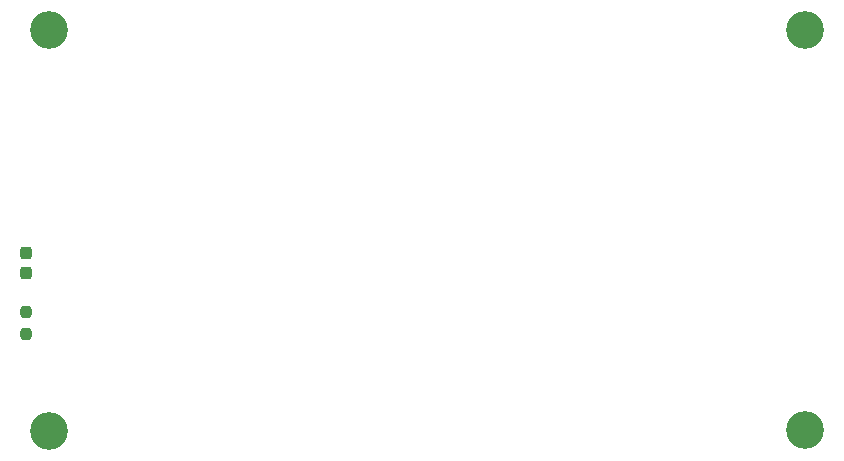
<source format=gtp>
G04 #@! TF.GenerationSoftware,KiCad,Pcbnew,8.0.7-8.0.7-0~ubuntu22.04.1*
G04 #@! TF.CreationDate,2025-02-10T08:50:06+09:00*
G04 #@! TF.ProjectId,CANExpander_1,43414e45-7870-4616-9e64-65725f312e6b,rev?*
G04 #@! TF.SameCoordinates,Original*
G04 #@! TF.FileFunction,Paste,Top*
G04 #@! TF.FilePolarity,Positive*
%FSLAX46Y46*%
G04 Gerber Fmt 4.6, Leading zero omitted, Abs format (unit mm)*
G04 Created by KiCad (PCBNEW 8.0.7-8.0.7-0~ubuntu22.04.1) date 2025-02-10 08:50:06*
%MOMM*%
%LPD*%
G01*
G04 APERTURE LIST*
G04 Aperture macros list*
%AMRoundRect*
0 Rectangle with rounded corners*
0 $1 Rounding radius*
0 $2 $3 $4 $5 $6 $7 $8 $9 X,Y pos of 4 corners*
0 Add a 4 corners polygon primitive as box body*
4,1,4,$2,$3,$4,$5,$6,$7,$8,$9,$2,$3,0*
0 Add four circle primitives for the rounded corners*
1,1,$1+$1,$2,$3*
1,1,$1+$1,$4,$5*
1,1,$1+$1,$6,$7*
1,1,$1+$1,$8,$9*
0 Add four rect primitives between the rounded corners*
20,1,$1+$1,$2,$3,$4,$5,0*
20,1,$1+$1,$4,$5,$6,$7,0*
20,1,$1+$1,$6,$7,$8,$9,0*
20,1,$1+$1,$8,$9,$2,$3,0*%
G04 Aperture macros list end*
%ADD10C,3.200000*%
%ADD11RoundRect,0.237500X0.237500X-0.250000X0.237500X0.250000X-0.237500X0.250000X-0.237500X-0.250000X0*%
%ADD12RoundRect,0.237500X-0.237500X0.287500X-0.237500X-0.287500X0.237500X-0.287500X0.237500X0.287500X0*%
G04 APERTURE END LIST*
D10*
X197000000Y-58000000D03*
D11*
X131000000Y-83762500D03*
X131000000Y-81937500D03*
D10*
X133000000Y-58000000D03*
X133000000Y-92000000D03*
X197000000Y-91945000D03*
D12*
X131000000Y-76900000D03*
X131000000Y-78650000D03*
M02*

</source>
